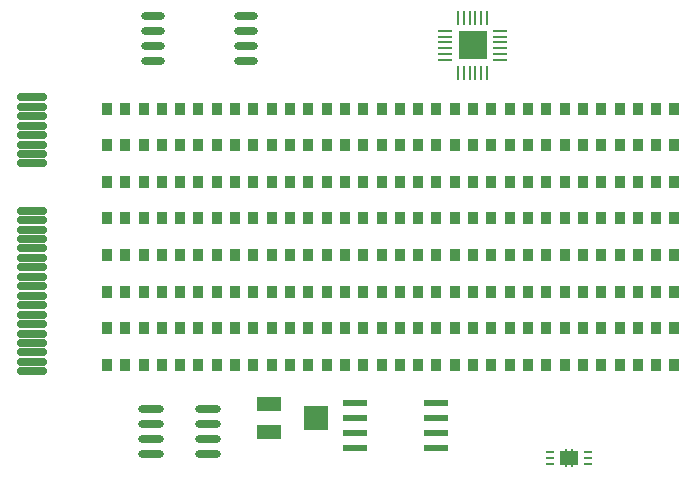
<source format=gtp>
G04 Layer_Color=8421504*
%FSLAX25Y25*%
%MOIN*%
G70*
G01*
G75*
%ADD10R,0.09449X0.09449*%
%ADD11R,0.04724X0.00965*%
%ADD12R,0.00965X0.04724*%
G04:AMPARAMS|DCode=13|XSize=23.62mil|YSize=100.39mil|CornerRadius=5.91mil|HoleSize=0mil|Usage=FLASHONLY|Rotation=270.000|XOffset=0mil|YOffset=0mil|HoleType=Round|Shape=RoundedRectangle|*
%AMROUNDEDRECTD13*
21,1,0.02362,0.08858,0,0,270.0*
21,1,0.01181,0.10039,0,0,270.0*
1,1,0.01181,-0.04429,-0.00591*
1,1,0.01181,-0.04429,0.00591*
1,1,0.01181,0.04429,0.00591*
1,1,0.01181,0.04429,-0.00591*
%
%ADD13ROUNDEDRECTD13*%
%ADD14R,0.07874X0.05118*%
%ADD15R,0.07874X0.07874*%
%ADD16O,0.08000X0.02400*%
%ADD17R,0.03543X0.03937*%
%ADD18O,0.08661X0.02362*%
%ADD19R,0.03150X0.00866*%
%ADD20R,0.03150X0.01063*%
%ADD21R,0.08100X0.02200*%
%ADD26R,0.05906X0.04724*%
%ADD27R,0.00591X0.00787*%
%ADD28R,0.00591X0.00787*%
D10*
X475800Y472600D02*
D03*
D11*
X466729Y477521D02*
D03*
X484871D02*
D03*
Y475553D02*
D03*
Y473584D02*
D03*
Y471616D02*
D03*
Y469647D02*
D03*
Y467679D02*
D03*
X466729D02*
D03*
Y469647D02*
D03*
Y471616D02*
D03*
Y473584D02*
D03*
Y475553D02*
D03*
D12*
X470879Y481671D02*
D03*
X480721Y463529D02*
D03*
X478753D02*
D03*
X476784D02*
D03*
X474816D02*
D03*
X472847D02*
D03*
X470879D02*
D03*
X472847Y481671D02*
D03*
X474816D02*
D03*
X476784D02*
D03*
X478753D02*
D03*
X480721D02*
D03*
D13*
X328874Y363978D02*
D03*
Y367128D02*
D03*
Y370277D02*
D03*
Y373427D02*
D03*
Y376576D02*
D03*
Y379726D02*
D03*
Y382876D02*
D03*
Y386025D02*
D03*
Y389175D02*
D03*
Y392324D02*
D03*
Y395474D02*
D03*
Y398624D02*
D03*
Y401773D02*
D03*
Y404923D02*
D03*
Y408072D02*
D03*
Y411222D02*
D03*
Y414372D02*
D03*
Y417521D02*
D03*
Y433268D02*
D03*
Y436417D02*
D03*
Y439567D02*
D03*
Y442717D02*
D03*
Y445866D02*
D03*
Y449016D02*
D03*
Y452165D02*
D03*
Y455315D02*
D03*
D14*
X407826Y352928D02*
D03*
Y343872D02*
D03*
D15*
X423574Y348400D02*
D03*
D16*
X369244Y477402D02*
D03*
X400244Y467402D02*
D03*
X369244D02*
D03*
Y472402D02*
D03*
X400244Y477402D02*
D03*
X369244Y482402D02*
D03*
X400244Y472402D02*
D03*
Y482402D02*
D03*
D17*
X537008Y451575D02*
D03*
X543110D02*
D03*
X524803D02*
D03*
X530905D02*
D03*
X512598D02*
D03*
X518701D02*
D03*
X500394D02*
D03*
X506496D02*
D03*
X488189D02*
D03*
X494291D02*
D03*
X475984D02*
D03*
X482087D02*
D03*
X463779D02*
D03*
X469882D02*
D03*
X451575D02*
D03*
X457677D02*
D03*
X439370D02*
D03*
X445472D02*
D03*
X427165D02*
D03*
X433268D02*
D03*
X402756D02*
D03*
X408858D02*
D03*
X390551D02*
D03*
X396654D02*
D03*
X378346D02*
D03*
X384449D02*
D03*
X524803Y366142D02*
D03*
X530905D02*
D03*
X512598D02*
D03*
X518701D02*
D03*
X500394D02*
D03*
X506496D02*
D03*
X488189D02*
D03*
X494291D02*
D03*
X475984D02*
D03*
X482087D02*
D03*
X463779D02*
D03*
X469882D02*
D03*
X451575D02*
D03*
X457677D02*
D03*
X439370D02*
D03*
X445472D02*
D03*
X427165D02*
D03*
X433268D02*
D03*
X414961D02*
D03*
X421063D02*
D03*
X402756D02*
D03*
X408858D02*
D03*
X390551D02*
D03*
X396654D02*
D03*
X378346D02*
D03*
X384449D02*
D03*
X366142D02*
D03*
X372244D02*
D03*
X537008Y378346D02*
D03*
X543110D02*
D03*
X524803D02*
D03*
X530905D02*
D03*
X512598D02*
D03*
X518701D02*
D03*
X500394D02*
D03*
X506496D02*
D03*
X488189D02*
D03*
X494291D02*
D03*
X475984D02*
D03*
X482087D02*
D03*
X463779D02*
D03*
X469882D02*
D03*
X439370D02*
D03*
X445472D02*
D03*
X427165D02*
D03*
X433268D02*
D03*
X414961D02*
D03*
X421063D02*
D03*
X402756D02*
D03*
X408858D02*
D03*
X390551D02*
D03*
X396654D02*
D03*
X378346D02*
D03*
X384449D02*
D03*
X366142D02*
D03*
X372244D02*
D03*
X537008Y390551D02*
D03*
X543110D02*
D03*
X524803D02*
D03*
X530905D02*
D03*
X512598D02*
D03*
X518701D02*
D03*
X500394D02*
D03*
X506496D02*
D03*
X488189D02*
D03*
X494291D02*
D03*
X475984D02*
D03*
X482087D02*
D03*
X463779D02*
D03*
X469882D02*
D03*
X451575D02*
D03*
X457677D02*
D03*
X439370D02*
D03*
X445472D02*
D03*
X427165D02*
D03*
X433268D02*
D03*
X414961D02*
D03*
X421063D02*
D03*
X402756D02*
D03*
X408858D02*
D03*
X390551D02*
D03*
X396654D02*
D03*
X378346D02*
D03*
X384449D02*
D03*
X366142D02*
D03*
X372244D02*
D03*
X537008Y402756D02*
D03*
X543110D02*
D03*
X524803D02*
D03*
X530905D02*
D03*
X512598D02*
D03*
X518701D02*
D03*
X500394D02*
D03*
X506496D02*
D03*
X488189D02*
D03*
X494291D02*
D03*
X475984D02*
D03*
X482087D02*
D03*
X463779D02*
D03*
X469882D02*
D03*
X451575D02*
D03*
X457677D02*
D03*
X427165D02*
D03*
X433268D02*
D03*
X414961D02*
D03*
X421063D02*
D03*
X402756D02*
D03*
X408858D02*
D03*
X390551D02*
D03*
X396654D02*
D03*
X378346D02*
D03*
X384449D02*
D03*
X366142D02*
D03*
X372244D02*
D03*
X537008Y414961D02*
D03*
X543110D02*
D03*
X524803D02*
D03*
X530905D02*
D03*
X512598D02*
D03*
X518701D02*
D03*
X500394D02*
D03*
X506496D02*
D03*
X488189D02*
D03*
X494291D02*
D03*
X475984D02*
D03*
X482087D02*
D03*
X463779D02*
D03*
X469882D02*
D03*
X451575D02*
D03*
X457677D02*
D03*
X439370D02*
D03*
X445472D02*
D03*
X427165D02*
D03*
X433268D02*
D03*
X414961D02*
D03*
X421063D02*
D03*
X402756D02*
D03*
X408858D02*
D03*
X390551D02*
D03*
X396654D02*
D03*
X378346D02*
D03*
X384449D02*
D03*
X366142D02*
D03*
X372244D02*
D03*
X537008Y427165D02*
D03*
X543110D02*
D03*
X524803D02*
D03*
X530905D02*
D03*
X512598D02*
D03*
X518701D02*
D03*
X500394D02*
D03*
X506496D02*
D03*
X488189D02*
D03*
X494291D02*
D03*
X475984D02*
D03*
X482087D02*
D03*
X463779D02*
D03*
X469882D02*
D03*
X451575D02*
D03*
X457677D02*
D03*
X439370D02*
D03*
X445472D02*
D03*
X427165D02*
D03*
X433268D02*
D03*
X414961D02*
D03*
X421063D02*
D03*
X402756D02*
D03*
X408858D02*
D03*
X390551D02*
D03*
X396654D02*
D03*
X378346D02*
D03*
X384449D02*
D03*
X537008Y439370D02*
D03*
X543110D02*
D03*
X524803D02*
D03*
X530905D02*
D03*
X512598D02*
D03*
X518701D02*
D03*
X500394D02*
D03*
X506496D02*
D03*
X488189D02*
D03*
X494291D02*
D03*
X475984D02*
D03*
X482087D02*
D03*
X463779D02*
D03*
X469882D02*
D03*
X451575D02*
D03*
X457677D02*
D03*
X439370D02*
D03*
X445472D02*
D03*
X427165D02*
D03*
X433268D02*
D03*
X414961D02*
D03*
X421063D02*
D03*
X402756D02*
D03*
X408858D02*
D03*
X390551D02*
D03*
X396654D02*
D03*
X378346D02*
D03*
X384449D02*
D03*
X366142D02*
D03*
X372244D02*
D03*
X353937D02*
D03*
X360039D02*
D03*
X353937Y378346D02*
D03*
X360039D02*
D03*
X353937Y390551D02*
D03*
X360039D02*
D03*
X353937Y402756D02*
D03*
X360039D02*
D03*
X353937Y414961D02*
D03*
X360039D02*
D03*
X353937Y427165D02*
D03*
X360039D02*
D03*
X366142D02*
D03*
X372244D02*
D03*
X366142Y451575D02*
D03*
X372244D02*
D03*
X414961D02*
D03*
X421063D02*
D03*
X439370Y402756D02*
D03*
X445472D02*
D03*
X451575Y378346D02*
D03*
X457677D02*
D03*
X537008Y366142D02*
D03*
X543110D02*
D03*
X353937Y451575D02*
D03*
X360039D02*
D03*
X353937Y366142D02*
D03*
X360039D02*
D03*
D18*
X387549Y336300D02*
D03*
Y341300D02*
D03*
Y346300D02*
D03*
Y351300D02*
D03*
X368651Y336300D02*
D03*
Y341300D02*
D03*
Y346300D02*
D03*
Y351300D02*
D03*
D19*
X501511Y333065D02*
D03*
Y335033D02*
D03*
X514306Y333065D02*
D03*
Y335033D02*
D03*
Y337002D02*
D03*
D20*
X501511Y337100D02*
D03*
D21*
X436500Y353400D02*
D03*
Y348400D02*
D03*
Y343400D02*
D03*
Y338400D02*
D03*
X463500D02*
D03*
Y343400D02*
D03*
Y348400D02*
D03*
Y353400D02*
D03*
D26*
X507909Y335033D02*
D03*
D27*
X507023Y337789D02*
D03*
X508794D02*
D03*
D28*
X507023Y332277D02*
D03*
X508794D02*
D03*
M02*

</source>
